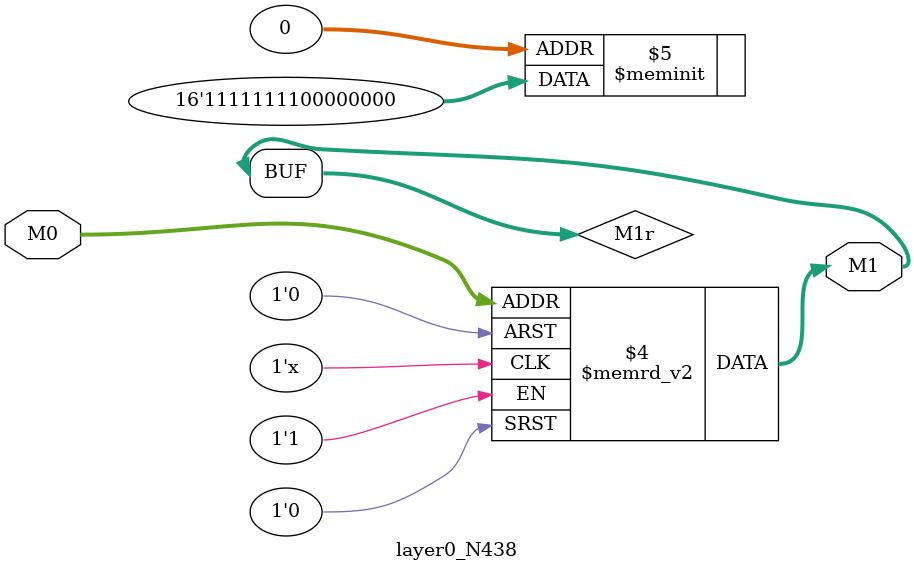
<source format=v>
module layer0_N438 ( input [2:0] M0, output [1:0] M1 );

	(*rom_style = "distributed" *) reg [1:0] M1r;
	assign M1 = M1r;
	always @ (M0) begin
		case (M0)
			3'b000: M1r = 2'b00;
			3'b100: M1r = 2'b11;
			3'b010: M1r = 2'b00;
			3'b110: M1r = 2'b11;
			3'b001: M1r = 2'b00;
			3'b101: M1r = 2'b11;
			3'b011: M1r = 2'b00;
			3'b111: M1r = 2'b11;

		endcase
	end
endmodule

</source>
